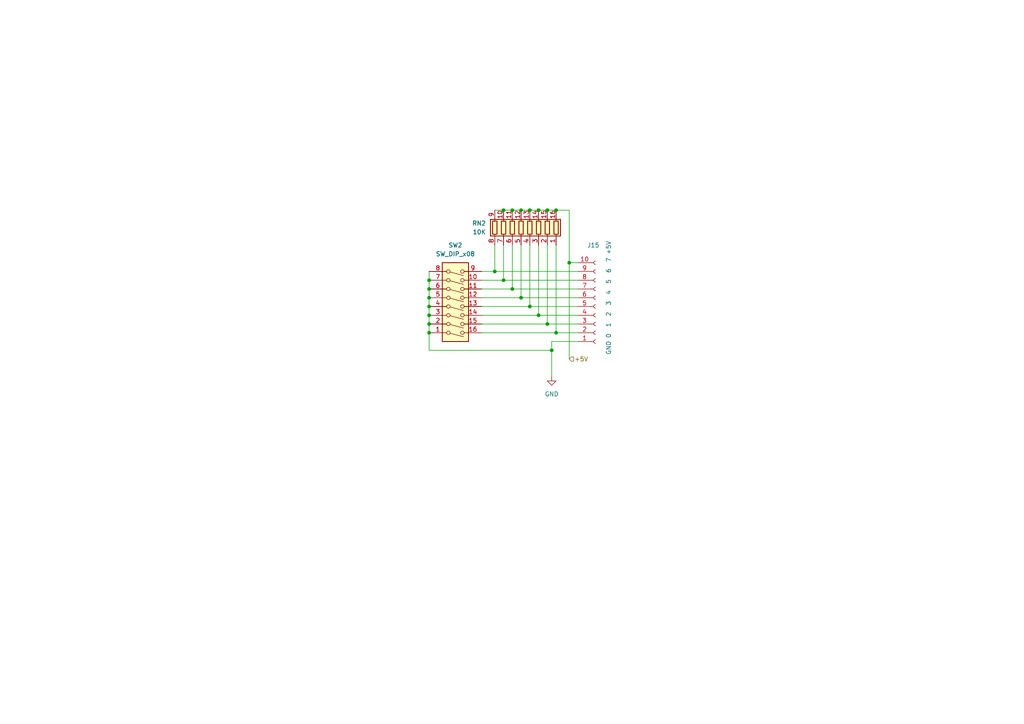
<source format=kicad_sch>
(kicad_sch (version 20211123) (generator eeschema)
  (paper "A4")
  (lib_symbols
    (symbol "Connector:Conn_01x10_Female" (pin_names (offset 1.016) hide)
      (property "Reference" "J" (at 0 12.7 0))
      (property "Value" "Conn_01x10_Female" (at 0 -15.24 0))
      (symbol "Conn_01x10_Female_1_1"
        (arc (start 0 -12.192) (mid -0.508 -12.7) (end 0 -13.208) (stroke (width 0.1524)))
        (arc (start 0 -9.652) (mid -0.508 -10.16) (end 0 -10.668) (stroke (width 0.1524)))
        (arc (start 0 -7.112) (mid -0.508 -7.62) (end 0 -8.128) (stroke (width 0.1524)))
        (arc (start 0 -4.572) (mid -0.508 -5.08) (end 0 -5.588) (stroke (width 0.1524)))
        (arc (start 0 -2.032) (mid -0.508 -2.54) (end 0 -3.048) (stroke (width 0.1524)))
        (polyline (pts (xy -1.27 -12.7) (xy -0.508 -12.7)) (stroke (width 0.1524)))
        (polyline (pts (xy -1.27 -10.16) (xy -0.508 -10.16)) (stroke (width 0.1524)))
        (polyline (pts (xy -1.27 -7.62) (xy -0.508 -7.62)) (stroke (width 0.1524)))
        (polyline (pts (xy -1.27 -5.08) (xy -0.508 -5.08)) (stroke (width 0.1524)))
        (polyline (pts (xy -1.27 -2.54) (xy -0.508 -2.54)) (stroke (width 0.1524)))
        (polyline (pts (xy -1.27 0) (xy -0.508 0)) (stroke (width 0.1524)))
        (polyline (pts (xy -1.27 2.54) (xy -0.508 2.54)) (stroke (width 0.1524)))
        (polyline (pts (xy -1.27 5.08) (xy -0.508 5.08)) (stroke (width 0.1524)))
        (polyline (pts (xy -1.27 7.62) (xy -0.508 7.62)) (stroke (width 0.1524)))
        (polyline (pts (xy -1.27 10.16) (xy -0.508 10.16)) (stroke (width 0.1524)))
        (arc (start 0 0.508) (mid -0.508 0) (end 0 -0.508) (stroke (width 0.1524)))
        (arc (start 0 3.048) (mid -0.508 2.54) (end 0 2.032) (stroke (width 0.1524)))
        (arc (start 0 5.588) (mid -0.508 5.08) (end 0 4.572) (stroke (width 0.1524)))
        (arc (start 0 8.128) (mid -0.508 7.62) (end 0 7.112) (stroke (width 0.1524)))
        (arc (start 0 10.668) (mid -0.508 10.16) (end 0 9.652) (stroke (width 0.1524)))
        (pin passive line (at -5.08 10.16 0) (length 3.81) (name "Pin_1") (number "1"))
        (pin passive line (at -5.08 -12.7 0) (length 3.81) (name "Pin_10") (number "10"))
        (pin passive line (at -5.08 7.62 0) (length 3.81) (name "Pin_2") (number "2"))
        (pin passive line (at -5.08 5.08 0) (length 3.81) (name "Pin_3") (number "3"))
        (pin passive line (at -5.08 2.54 0) (length 3.81) (name "Pin_4") (number "4"))
        (pin passive line (at -5.08 0 0) (length 3.81) (name "Pin_5") (number "5"))
        (pin passive line (at -5.08 -2.54 0) (length 3.81) (name "Pin_6") (number "6"))
        (pin passive line (at -5.08 -5.08 0) (length 3.81) (name "Pin_7") (number "7"))
        (pin passive line (at -5.08 -7.62 0) (length 3.81) (name "Pin_8") (number "8"))
        (pin passive line (at -5.08 -10.16 0) (length 3.81) (name "Pin_9") (number "9"))
      )
    )
    (symbol "Device:R_Pack08" (pin_names (offset 0) hide)
      (property "Reference" "RN" (at -12.7 0 90))
      (property "Value" "R_Pack08" (at 10.16 0 90))
      (symbol "R_Pack08_0_1"
        (rectangle (start -11.43 -2.413) (end 8.89 2.413) (stroke (width 0.254)) (fill (type background)))
        (rectangle (start -10.795 1.905) (end -9.525 -1.905) (stroke (width 0.254)))
        (rectangle (start -8.255 1.905) (end -6.985 -1.905) (stroke (width 0.254)))
        (rectangle (start -5.715 1.905) (end -4.445 -1.905) (stroke (width 0.254)))
        (rectangle (start -3.175 1.905) (end -1.905 -1.905) (stroke (width 0.254)))
        (rectangle (start -0.635 1.905) (end 0.635 -1.905) (stroke (width 0.254)))
        (polyline (pts (xy -10.16 -2.54) (xy -10.16 -1.905)))
        (polyline (pts (xy -10.16 1.905) (xy -10.16 2.54)))
        (polyline (pts (xy -7.62 -2.54) (xy -7.62 -1.905)))
        (polyline (pts (xy -7.62 1.905) (xy -7.62 2.54)))
        (polyline (pts (xy -5.08 -2.54) (xy -5.08 -1.905)))
        (polyline (pts (xy -5.08 1.905) (xy -5.08 2.54)))
        (polyline (pts (xy -2.54 -2.54) (xy -2.54 -1.905)))
        (polyline (pts (xy -2.54 1.905) (xy -2.54 2.54)))
        (polyline (pts (xy 0 -2.54) (xy 0 -1.905)))
        (polyline (pts (xy 0 1.905) (xy 0 2.54)))
        (polyline (pts (xy 2.54 -2.54) (xy 2.54 -1.905)))
        (polyline (pts (xy 2.54 1.905) (xy 2.54 2.54)))
        (polyline (pts (xy 5.08 -2.54) (xy 5.08 -1.905)))
        (polyline (pts (xy 5.08 1.905) (xy 5.08 2.54)))
        (polyline (pts (xy 7.62 -2.54) (xy 7.62 -1.905)))
        (polyline (pts (xy 7.62 1.905) (xy 7.62 2.54)))
        (rectangle (start 1.905 1.905) (end 3.175 -1.905) (stroke (width 0.254)))
        (rectangle (start 4.445 1.905) (end 5.715 -1.905) (stroke (width 0.254)))
        (rectangle (start 6.985 1.905) (end 8.255 -1.905) (stroke (width 0.254)))
      )
      (symbol "R_Pack08_1_1"
        (pin passive line (at -10.16 -5.08 90) (length 2.54) (name "R1.1") (number "1"))
        (pin passive line (at 5.08 5.08 270) (length 2.54) (name "R7.2") (number "10"))
        (pin passive line (at 2.54 5.08 270) (length 2.54) (name "R6.2") (number "11"))
        (pin passive line (at 0 5.08 270) (length 2.54) (name "R5.2") (number "12"))
        (pin passive line (at -2.54 5.08 270) (length 2.54) (name "R4.2") (number "13"))
        (pin passive line (at -5.08 5.08 270) (length 2.54) (name "R3.2") (number "14"))
        (pin passive line (at -7.62 5.08 270) (length 2.54) (name "R2.2") (number "15"))
        (pin passive line (at -10.16 5.08 270) (length 2.54) (name "R1.2") (number "16"))
        (pin passive line (at -7.62 -5.08 90) (length 2.54) (name "R2.1") (number "2"))
        (pin passive line (at -5.08 -5.08 90) (length 2.54) (name "R3.1") (number "3"))
        (pin passive line (at -2.54 -5.08 90) (length 2.54) (name "R4.1") (number "4"))
        (pin passive line (at 0 -5.08 90) (length 2.54) (name "R5.1") (number "5"))
        (pin passive line (at 2.54 -5.08 90) (length 2.54) (name "R6.1") (number "6"))
        (pin passive line (at 5.08 -5.08 90) (length 2.54) (name "R7.1") (number "7"))
        (pin passive line (at 7.62 -5.08 90) (length 2.54) (name "R8.1") (number "8"))
        (pin passive line (at 7.62 5.08 270) (length 2.54) (name "R8.2") (number "9"))
      )
    )
    (symbol "Switch:SW_DIP_x08" (pin_names (offset 0) hide)
      (property "Reference" "SW" (at 0 13.97 0))
      (property "Value" "SW_DIP_x08" (at 0 -11.43 0))
      (symbol "SW_DIP_x08_0_0"
        (circle (center -2.032 -7.62) (radius 0.508))
        (circle (center -2.032 -5.08) (radius 0.508))
        (circle (center -2.032 -2.54) (radius 0.508))
        (circle (center -2.032 0) (radius 0.508))
        (circle (center -2.032 2.54) (radius 0.508))
        (circle (center -2.032 5.08) (radius 0.508))
        (circle (center -2.032 7.62) (radius 0.508))
        (circle (center -2.032 10.16) (radius 0.508))
        (polyline (pts (xy -1.524 -7.4676) (xy 2.3622 -6.4262)))
        (polyline (pts (xy -1.524 -4.9276) (xy 2.3622 -3.8862)))
        (polyline (pts (xy -1.524 -2.3876) (xy 2.3622 -1.3462)))
        (polyline (pts (xy -1.524 0.127) (xy 2.3622 1.1684)))
        (polyline (pts (xy -1.524 2.667) (xy 2.3622 3.7084)))
        (polyline (pts (xy -1.524 5.207) (xy 2.3622 6.2484)))
        (polyline (pts (xy -1.524 7.747) (xy 2.3622 8.7884)))
        (polyline (pts (xy -1.524 10.287) (xy 2.3622 11.3284)))
        (circle (center 2.032 -7.62) (radius 0.508))
        (circle (center 2.032 -5.08) (radius 0.508))
        (circle (center 2.032 -2.54) (radius 0.508))
        (circle (center 2.032 0) (radius 0.508))
        (circle (center 2.032 2.54) (radius 0.508))
        (circle (center 2.032 5.08) (radius 0.508))
        (circle (center 2.032 7.62) (radius 0.508))
        (circle (center 2.032 10.16) (radius 0.508))
      )
      (symbol "SW_DIP_x08_0_1"
        (rectangle (start -3.81 12.7) (end 3.81 -10.16) (stroke (width 0.254)) (fill (type background)))
      )
      (symbol "SW_DIP_x08_1_1"
        (pin passive line (at -7.62 10.16 0) (length 5.08) (name "~") (number "1"))
        (pin passive line (at 7.62 -5.08 180) (length 5.08) (name "~") (number "10"))
        (pin passive line (at 7.62 -2.54 180) (length 5.08) (name "~") (number "11"))
        (pin passive line (at 7.62 0 180) (length 5.08) (name "~") (number "12"))
        (pin passive line (at 7.62 2.54 180) (length 5.08) (name "~") (number "13"))
        (pin passive line (at 7.62 5.08 180) (length 5.08) (name "~") (number "14"))
        (pin passive line (at 7.62 7.62 180) (length 5.08) (name "~") (number "15"))
        (pin passive line (at 7.62 10.16 180) (length 5.08) (name "~") (number "16"))
        (pin passive line (at -7.62 7.62 0) (length 5.08) (name "~") (number "2"))
        (pin passive line (at -7.62 5.08 0) (length 5.08) (name "~") (number "3"))
        (pin passive line (at -7.62 2.54 0) (length 5.08) (name "~") (number "4"))
        (pin passive line (at -7.62 0 0) (length 5.08) (name "~") (number "5"))
        (pin passive line (at -7.62 -2.54 0) (length 5.08) (name "~") (number "6"))
        (pin passive line (at -7.62 -5.08 0) (length 5.08) (name "~") (number "7"))
        (pin passive line (at -7.62 -7.62 0) (length 5.08) (name "~") (number "8"))
        (pin passive line (at 7.62 -7.62 180) (length 5.08) (name "~") (number "9"))
      )
    )
    (symbol "power:GND" (power) (pin_names (offset 0))
      (property "Value" "GND" (at 0 -3.81 0))
      (symbol "GND_0_1"
        (polyline (pts (xy 0 0) (xy 0 -1.27) (xy 1.27 -1.27) (xy 0 -2.54) (xy -1.27 -1.27) (xy 0 -1.27)))
      )
      (symbol "GND_1_1"
        (pin power_in line (at 0 0 270) (length 0) hide (name "GND") (number "1"))
      )
    )
  )
  (junction (at 124.46 86.36))
  (junction (at 143.51 78.74))
  (junction (at 156.21 91.44))
  (junction (at 153.67 60.96))
  (junction (at 124.46 81.28))
  (junction (at 158.75 93.98))
  (junction (at 158.75 60.96))
  (junction (at 160.02 101.6))
  (junction (at 161.29 60.96))
  (junction (at 151.13 86.36))
  (junction (at 161.29 96.52))
  (junction (at 148.59 83.82))
  (junction (at 151.13 60.96))
  (junction (at 146.05 81.28))
  (junction (at 124.46 83.82))
  (junction (at 124.46 91.44))
  (junction (at 148.59 60.96))
  (junction (at 124.46 93.98))
  (junction (at 124.46 96.52))
  (junction (at 153.67 88.9))
  (junction (at 165.1 76.2))
  (junction (at 146.05 60.96))
  (junction (at 124.46 88.9))
  (junction (at 156.21 60.96))
  (wire (pts (xy 156.21 91.44) (xy 167.64 91.44)))
  (wire (pts (xy 161.29 71.12) (xy 161.29 96.52)))
  (wire (pts (xy 165.1 76.2) (xy 167.64 76.2)))
  (wire (pts (xy 160.02 101.6) (xy 160.02 109.22)))
  (wire (pts (xy 139.7 93.98) (xy 158.75 93.98)))
  (wire (pts (xy 151.13 60.96) (xy 153.67 60.96)))
  (wire (pts (xy 124.46 96.52) (xy 124.46 101.6)))
  (wire (pts (xy 124.46 81.28) (xy 124.46 83.82)))
  (wire (pts (xy 148.59 83.82) (xy 167.64 83.82)))
  (wire (pts (xy 139.7 88.9) (xy 153.67 88.9)))
  (wire (pts (xy 124.46 101.6) (xy 160.02 101.6)))
  (wire (pts (xy 139.7 91.44) (xy 156.21 91.44)))
  (wire (pts (xy 143.51 60.96) (xy 146.05 60.96)))
  (wire (pts (xy 158.75 93.98) (xy 167.64 93.98)))
  (wire (pts (xy 161.29 96.52) (xy 167.64 96.52)))
  (wire (pts (xy 156.21 71.12) (xy 156.21 91.44)))
  (wire (pts (xy 143.51 78.74) (xy 167.64 78.74)))
  (wire (pts (xy 160.02 99.06) (xy 167.64 99.06)))
  (wire (pts (xy 161.29 60.96) (xy 165.1 60.96)))
  (wire (pts (xy 153.67 60.96) (xy 156.21 60.96)))
  (wire (pts (xy 158.75 60.96) (xy 161.29 60.96)))
  (wire (pts (xy 146.05 60.96) (xy 148.59 60.96)))
  (wire (pts (xy 124.46 78.74) (xy 124.46 81.28)))
  (wire (pts (xy 124.46 86.36) (xy 124.46 88.9)))
  (wire (pts (xy 143.51 71.12) (xy 143.51 78.74)))
  (wire (pts (xy 139.7 81.28) (xy 146.05 81.28)))
  (wire (pts (xy 124.46 91.44) (xy 124.46 93.98)))
  (wire (pts (xy 146.05 71.12) (xy 146.05 81.28)))
  (wire (pts (xy 160.02 101.6) (xy 160.02 99.06)))
  (wire (pts (xy 148.59 60.96) (xy 151.13 60.96)))
  (wire (pts (xy 139.7 96.52) (xy 161.29 96.52)))
  (wire (pts (xy 124.46 83.82) (xy 124.46 86.36)))
  (wire (pts (xy 139.7 86.36) (xy 151.13 86.36)))
  (wire (pts (xy 139.7 83.82) (xy 148.59 83.82)))
  (wire (pts (xy 153.67 88.9) (xy 167.64 88.9)))
  (wire (pts (xy 146.05 81.28) (xy 167.64 81.28)))
  (wire (pts (xy 165.1 76.2) (xy 165.1 104.14)))
  (wire (pts (xy 124.46 93.98) (xy 124.46 96.52)))
  (wire (pts (xy 158.75 71.12) (xy 158.75 93.98)))
  (wire (pts (xy 139.7 78.74) (xy 143.51 78.74)))
  (wire (pts (xy 124.46 88.9) (xy 124.46 91.44)))
  (wire (pts (xy 156.21 60.96) (xy 158.75 60.96)))
  (wire (pts (xy 148.59 71.12) (xy 148.59 83.82)))
  (wire (pts (xy 165.1 60.96) (xy 165.1 76.2)))
  (wire (pts (xy 151.13 71.12) (xy 151.13 86.36)))
  (wire (pts (xy 151.13 86.36) (xy 167.64 86.36)))
  (wire (pts (xy 153.67 71.12) (xy 153.67 88.9)))
  (hierarchical_label "+5V" (shape input) (at 165.1 104.14 0))
  (symbol (lib_id "Switch:SW_DIP_x08") (at 132.08 86.36 0) (mirror x) (unit 1)
    (property "Reference" "SW2" (at 132.08 71.12 0))
    (property "Value" "SW_DIP_x08" (at 132.08 73.66 0))
    (property "Footprint" "Package_DIP:DIP-16_W7.62mm_Socket_LongPads" (effects hide))
  )
  (symbol (lib_id "Connector:Conn_01x10_Female") (at 172.72 88.9 0) (mirror x) (unit 1)
    (property "Reference" "J15" (at 172.085 71.12 0))
    (property "Value" "GND 0  1  2  3  4  5  6  7 +5V" (at 176.53 86.36 90))
    (property "Footprint" "Connector_PinSocket_2.54mm:PinSocket_1x10_P2.54mm_Vertical" (effects hide))
  )
  (symbol (lib_id "power:GND") (at 160.02 109.22 0) (unit 1)
    (property "Reference" "#PWR0113" (effects hide))
    (property "Value" "GND" (at 160.02 114.3 0))
  )
  (symbol (lib_id "Device:R_Pack08") (at 151.13 66.04 0) (mirror y) (unit 1)
    (property "Reference" "RN2" (at 140.97 64.7699 0) (effects (justify left)))
    (property "Value" "10K" (at 140.97 67.3099 0) (effects (justify left)))
    (property "Footprint" "Package_DIP:DIP-16_W7.62mm_Socket_LongPads" (effects hide))
  )
)
</source>
